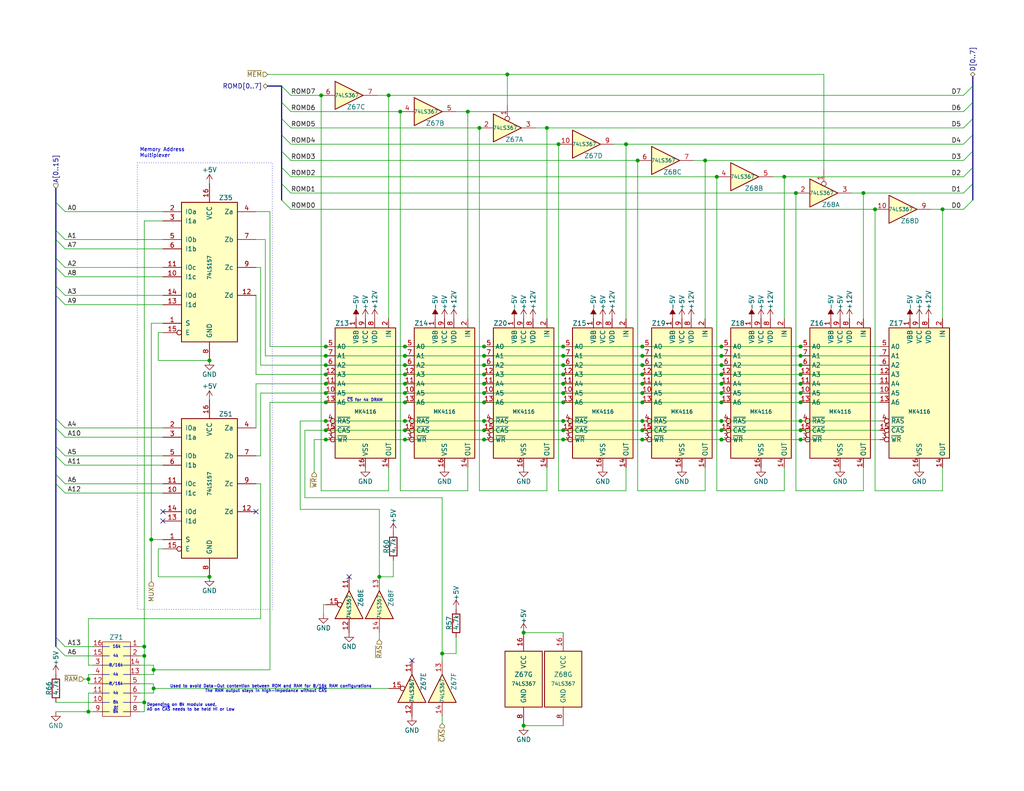
<source format=kicad_sch>
(kicad_sch (version 20230121) (generator eeschema)
  (paper "USLetter")
  (title_block (title "TRS-80 Model I G") (date "2023-10-24") (rev "E1B") (company "RetroStack - Marcel Erz") (comment 2 "RAM and data-bus gating") (comment 4 "RAM"))
  (lib_symbols
    (symbol "74xx:74LS157" (pin_names (offset 1.016))
      (property "Reference" "U" (at -7.62 19.05 0))
      (property "Value" "74LS157" (at -7.62 -21.59 0))
      (symbol "74LS157_1_0"
        (pin input line (at -12.7 -15.24 0) (length 5.08) (name "S") (number "1"))
        (pin input line (at -12.7 -2.54 0) (length 5.08) (name "I1c") (number "10"))
        (pin input line (at -12.7 0 0) (length 5.08) (name "I0c") (number "11"))
        (pin output line (at 12.7 -7.62 180) (length 5.08) (name "Zd") (number "12"))
        (pin input line (at -12.7 -10.16 0) (length 5.08) (name "I1d") (number "13"))
        (pin input line (at -12.7 -7.62 0) (length 5.08) (name "I0d") (number "14"))
        (pin input inverted (at -12.7 -17.78 0) (length 5.08) (name "E") (number "15"))
        (pin power_in line (at 0 22.86 270) (length 5.08) (name "VCC") (number "16"))
        (pin input line (at -12.7 15.24 0) (length 5.08) (name "I0a") (number "2"))
        (pin input line (at -12.7 12.7 0) (length 5.08) (name "I1a") (number "3"))
        (pin output line (at 12.7 15.24 180) (length 5.08) (name "Za") (number "4"))
        (pin input line (at -12.7 7.62 0) (length 5.08) (name "I0b") (number "5"))
        (pin input line (at -12.7 5.08 0) (length 5.08) (name "I1b") (number "6"))
        (pin output line (at 12.7 7.62 180) (length 5.08) (name "Zb") (number "7"))
        (pin power_in line (at 0 -25.4 90) (length 5.08) (name "GND") (number "8"))
        (pin output line (at 12.7 0 180) (length 5.08) (name "Zc") (number "9"))
      )
      (symbol "74LS157_1_1"
        (rectangle (start -7.62 17.78) (end 7.62 -20.32) (stroke (width 0.254)) (fill (type background)))
      )
    )
    (symbol "Device:R" (pin_numbers hide) (pin_names (offset 0))
      (property "Reference" "R" (at 2.032 0 90))
      (property "Value" "R" (at 0 0 90))
      (symbol "R_0_1"
        (rectangle (start -1.016 -2.54) (end 1.016 2.54) (stroke (width 0.254)))
      )
      (symbol "R_1_1"
        (pin passive line (at 0 3.81 270) (length 1.27) (name "~") (number "1"))
        (pin passive line (at 0 -3.81 90) (length 1.27) (name "~") (number "2"))
      )
    )
    (symbol "RetroStackLibrary:4116"
      (property "Reference" "U" (at 0 0 0))
      (property "Value" "MK4116" (at 0 0 0))
      (symbol "4116_1_1"
        (rectangle (start -8.255 -4.445) (end 8.255 -40.005) (stroke (width 0.254)) (fill (type background)))
        (pin power_in line (at -2.54 -1.905 270) (length 2.54) (name "VBB") (number "1"))
        (pin input line (at -10.795 -22.225 0) (length 2.54) (name "A5") (number "10"))
        (pin input line (at -10.795 -19.685 0) (length 2.54) (name "A4") (number "11"))
        (pin input line (at -10.795 -17.145 0) (length 2.54) (name "A3") (number "12"))
        (pin input line (at -10.795 -24.765 0) (length 2.54) (name "A6") (number "13"))
        (pin tri_state line (at 6.35 -42.545 90) (length 2.54) (name "OUT") (number "14"))
        (pin input inverted (at -10.795 -32.385 0) (length 2.54) (name "~{CAS}") (number "15"))
        (pin power_in line (at 0 -42.545 90) (length 2.54) (name "VSS") (number "16"))
        (pin input line (at 6.35 -1.905 270) (length 2.54) (name "IN") (number "2"))
        (pin input inverted (at -10.795 -34.925 0) (length 2.54) (name "~{WR}") (number "3"))
        (pin input inverted (at -10.795 -29.845 0) (length 2.54) (name "~{RAS}") (number "4"))
        (pin input line (at -10.795 -9.525 0) (length 2.54) (name "A0") (number "5"))
        (pin input line (at -10.795 -14.605 0) (length 2.54) (name "A2") (number "6"))
        (pin input line (at -10.795 -12.065 0) (length 2.54) (name "A1") (number "7"))
        (pin power_in line (at 2.54 -1.905 270) (length 2.54) (name "VDD") (number "8"))
        (pin power_in line (at 0 -1.905 270) (length 2.54) (name "VCC") (number "9"))
      )
    )
    (symbol "RetroStackLibrary:74LS367_Split" (pin_names (offset 1.016))
      (property "Reference" "U" (at 0 1.27 0))
      (property "Value" "74LS367" (at 0 -1.27 0))
      (symbol "74LS367_Split_1_0"
        (polyline (pts (xy -3.81 3.81) (xy -3.81 -3.81) (xy 3.81 0) (xy -3.81 3.81)) (stroke (width 0.254)) (fill (type background)))
        (pin input inverted (at 0 6.35 270) (length 4.445) (name "~") (number "1"))
        (pin input line (at -7.62 0 0) (length 3.81) (name "~") (number "2"))
        (pin tri_state line (at 7.62 0 180) (length 3.81) (name "~") (number "3"))
      )
      (symbol "74LS367_Split_2_0"
        (polyline (pts (xy -3.81 3.81) (xy -3.81 -3.81) (xy 3.81 0) (xy -3.81 3.81)) (stroke (width 0.254)) (fill (type background)))
        (pin input line (at -7.62 0 0) (length 3.81) (name "~") (number "4"))
        (pin tri_state line (at 7.62 0 180) (length 3.81) (name "~") (number "5"))
      )
      (symbol "74LS367_Split_3_0"
        (polyline (pts (xy -3.81 3.81) (xy -3.81 -3.81) (xy 3.81 0) (xy -3.81 3.81)) (stroke (width 0.254)) (fill (type background)))
        (pin input line (at -7.62 0 0) (length 3.81) (name "~") (number "6"))
        (pin tri_state line (at 7.62 0 180) (length 3.81) (name "~") (number "7"))
      )
      (symbol "74LS367_Split_4_0"
        (polyline (pts (xy -3.81 3.81) (xy -3.81 -3.81) (xy 3.81 0) (xy -3.81 3.81)) (stroke (width 0.254)) (fill (type background)))
        (pin input line (at -7.62 0 0) (length 3.81) (name "~") (number "10"))
        (pin tri_state line (at 7.62 0 180) (length 3.81) (name "~") (number "9"))
      )
      (symbol "74LS367_Split_5_0"
        (polyline (pts (xy -3.175 -2.54) (xy -3.175 -10.16) (xy 4.445 -6.35) (xy -3.175 -2.54)) (stroke (width 0.254)) (fill (type background)))
        (pin tri_state line (at 8.255 -6.35 180) (length 3.81) (name "~") (number "11"))
        (pin input line (at -6.985 -6.35 0) (length 3.81) (name "~") (number "12"))
        (pin input inverted (at 0.635 0 270) (length 4.445) (name "~") (number "15"))
      )
      (symbol "74LS367_Split_6_0"
        (polyline (pts (xy -3.81 3.81) (xy -3.81 -3.81) (xy 3.81 0) (xy -3.81 3.81)) (stroke (width 0.254)) (fill (type background)))
        (pin tri_state line (at 7.62 0 180) (length 3.81) (name "~") (number "13"))
        (pin input line (at -7.62 0 0) (length 3.81) (name "~") (number "14"))
      )
      (symbol "74LS367_Split_7_0"
        (pin power_in line (at 0 1.905 270) (length 5.08) (name "VCC") (number "16"))
        (pin power_in line (at 0 -23.495 90) (length 5.08) (name "GND") (number "8"))
      )
      (symbol "74LS367_Split_7_1"
        (rectangle (start -5.08 -3.175) (end 5.08 -18.415) (stroke (width 0.254)) (fill (type background)))
      )
    )
    (symbol "RetroStackLibrary:TRS80ModelIX71"
      (property "Reference" "X" (at 0 0 0))
      (symbol "TRS80ModelIX71_1_1"
        (rectangle (start -3.81 -1.27) (end 3.81 -21.59) (fill (type background)))
        (pin passive line (at 6.35 -2.54 180) (length 2.54) (name "~") (number "1"))
        (pin passive line (at -6.35 -17.78 0) (length 2.54) (name "~") (number "10"))
        (pin passive line (at -6.35 -15.24 0) (length 2.54) (name "~") (number "11"))
        (pin passive line (at -6.35 -12.7 0) (length 2.54) (name "~") (number "12"))
        (pin passive line (at 6.35 -10.16 180) (length 2.54) (name "~") (number "13"))
        (pin passive line (at 6.35 -7.62 180) (length 2.54) (name "~") (number "14"))
        (pin passive line (at -6.35 -5.08 0) (length 2.54) (name "~") (number "15"))
        (pin passive line (at -6.35 -2.54 0) (length 2.54) (name "~") (number "16"))
        (pin passive line (at 6.35 -5.08 180) (length 2.54) (name "~") (number "2"))
        (pin passive line (at -6.35 -7.62 0) (length 2.54) (name "~") (number "3"))
        (pin passive line (at -6.35 -10.16 0) (length 2.54) (name "~") (number "4"))
        (pin passive line (at 6.35 -12.7 180) (length 2.54) (name "~") (number "5"))
        (pin passive line (at 6.35 -15.24 180) (length 2.54) (name "~") (number "6"))
        (pin passive line (at 6.35 -17.78 180) (length 2.54) (name "~") (number "7"))
        (pin passive line (at 6.35 -20.32 180) (length 2.54) (name "~") (number "8"))
        (pin passive line (at -6.35 -20.32 0) (length 2.54) (name "~") (number "9"))
      )
    )
    (symbol "power:+12V" (power) (pin_names (offset 0))
      (property "Value" "+12V" (at 0 3.556 0))
      (symbol "+12V_0_1"
        (polyline (pts (xy -0.762 1.27) (xy 0 2.54)))
        (polyline (pts (xy 0 0) (xy 0 2.54)))
        (polyline (pts (xy 0 2.54) (xy 0.762 1.27)))
      )
      (symbol "+12V_1_1"
        (pin power_in line (at 0 0 90) (length 0) hide (name "+12V") (number "1"))
      )
    )
    (symbol "power:+5V" (power) (pin_names (offset 0))
      (property "Value" "+5V" (at 0 3.556 0))
      (symbol "+5V_0_1"
        (polyline (pts (xy -0.762 1.27) (xy 0 2.54)))
        (polyline (pts (xy 0 0) (xy 0 2.54)))
        (polyline (pts (xy 0 2.54) (xy 0.762 1.27)))
      )
      (symbol "+5V_1_1"
        (pin power_in line (at 0 0 90) (length 0) hide (name "+5V") (number "1"))
      )
    )
    (symbol "power:-5V" (power) (pin_names (offset 0))
      (property "Value" "-5V" (at 0 3.81 0))
      (symbol "-5V_0_0"
        (pin power_in line (at 0 0 90) (length 0) hide (name "-5V") (number "1"))
      )
      (symbol "-5V_0_1"
        (polyline (pts (xy 0 0) (xy 0 1.27) (xy 0.762 1.27) (xy 0 2.54) (xy -0.762 1.27) (xy 0 1.27)) (fill (type outline)))
      )
    )
    (symbol "power:GND" (power) (pin_names (offset 0))
      (property "Value" "GND" (at 0 -3.81 0))
      (symbol "GND_0_1"
        (polyline (pts (xy 0 0) (xy 0 -1.27) (xy 1.27 -1.27) (xy 0 -2.54) (xy -1.27 -1.27) (xy 0 -1.27)))
      )
      (symbol "GND_1_1"
        (pin power_in line (at 0 0 270) (length 0) hide (name "GND") (number "1"))
      )
    )
  )
  (junction (at 103.505 157.48))
  (junction (at 110.49 94.615))
  (junction (at 175.26 94.615))
  (junction (at 41.275 147.32))
  (junction (at 153.67 99.695))
  (junction (at 175.26 120.015))
  (junction (at 132.08 117.475))
  (junction (at 173.99 43.815))
  (junction (at 110.49 120.015))
  (junction (at 88.9 102.235))
  (junction (at 196.85 99.695))
  (junction (at 57.15 98.425))
  (junction (at 235.585 52.705))
  (junction (at 132.08 104.775))
  (junction (at 88.9 107.315))
  (junction (at 218.44 114.935))
  (junction (at 153.67 104.775))
  (junction (at 218.44 120.015))
  (junction (at 196.85 120.015))
  (junction (at 127.635 30.48))
  (junction (at 106.045 26.035))
  (junction (at 132.08 107.315))
  (junction (at 175.26 102.235))
  (junction (at 120.65 178.435))
  (junction (at 196.85 109.855))
  (junction (at 175.26 109.855))
  (junction (at 110.49 104.775))
  (junction (at 132.08 102.235))
  (junction (at 132.08 97.155))
  (junction (at 88.9 97.155))
  (junction (at 110.49 97.155))
  (junction (at 39.37 176.53))
  (junction (at 24.13 194.31))
  (junction (at 149.225 34.925))
  (junction (at 41.91 182.88))
  (junction (at 138.43 20.32))
  (junction (at 175.26 99.695))
  (junction (at 153.67 94.615))
  (junction (at 132.08 109.855))
  (junction (at 218.44 107.315))
  (junction (at 170.815 39.37))
  (junction (at 218.44 99.695))
  (junction (at 196.85 114.935))
  (junction (at 88.9 117.475))
  (junction (at 88.9 109.855))
  (junction (at 153.67 117.475))
  (junction (at 152.4 39.37))
  (junction (at 195.58 48.26))
  (junction (at 39.37 179.07))
  (junction (at 217.17 52.705))
  (junction (at 257.175 57.15))
  (junction (at 175.26 114.935))
  (junction (at 130.81 34.925))
  (junction (at 110.49 107.315))
  (junction (at 175.26 117.475))
  (junction (at 218.44 94.615))
  (junction (at 132.08 94.615))
  (junction (at 24.13 185.42))
  (junction (at 192.405 43.815))
  (junction (at 87.63 26.035))
  (junction (at 110.49 102.235))
  (junction (at 218.44 117.475))
  (junction (at 175.26 107.315))
  (junction (at 142.875 198.12))
  (junction (at 213.995 48.26))
  (junction (at 175.26 104.775))
  (junction (at 153.67 109.855))
  (junction (at 153.67 114.935))
  (junction (at 218.44 104.775))
  (junction (at 196.85 104.775))
  (junction (at 110.49 117.475))
  (junction (at 132.08 99.695))
  (junction (at 175.26 97.155))
  (junction (at 196.85 117.475))
  (junction (at 88.9 104.775))
  (junction (at 39.37 191.77))
  (junction (at 153.67 120.015))
  (junction (at 153.67 97.155))
  (junction (at 196.85 102.235))
  (junction (at 110.49 114.935))
  (junction (at 41.91 187.96))
  (junction (at 196.85 94.615))
  (junction (at 142.875 172.72))
  (junction (at 218.44 102.235))
  (junction (at 88.9 114.935))
  (junction (at 238.76 57.15))
  (junction (at 153.67 102.235))
  (junction (at 109.22 30.48))
  (junction (at 88.9 99.695))
  (junction (at 218.44 109.855))
  (junction (at 196.85 107.315))
  (junction (at 88.9 120.015))
  (junction (at 132.08 114.935))
  (junction (at 110.49 99.695))
  (junction (at 57.15 157.48))
  (junction (at 88.9 94.615))
  (junction (at 218.44 97.155))
  (junction (at 196.85 97.155))
  (junction (at 110.49 109.855))
  (junction (at 132.08 120.015))
  (junction (at 153.67 107.315))
  (no_connect (at 95.25 157.48))
  (no_connect (at 44.45 139.7))
  (no_connect (at 69.85 139.7))
  (no_connect (at 112.395 180.34))
  (no_connect (at 44.45 142.24))
  (bus_entry (at 17.78 75.565) (size -2.54 -2.54))
  (bus_entry (at 17.78 73.025) (size -2.54 -2.54))
  (bus_entry (at 17.78 124.46) (size -2.54 -2.54))
  (bus_entry (at 262.89 26.035) (size 2.54 -2.54))
  (bus_entry (at 17.78 80.645) (size -2.54 -2.54))
  (bus_entry (at 262.89 43.815) (size 2.54 -2.54))
  (bus_entry (at 17.78 179.07) (size -2.54 -2.54))
  (bus_entry (at 76.835 32.385) (size 2.54 2.54))
  (bus_entry (at 79.375 26.035) (size -2.54 -2.54))
  (bus_entry (at 17.78 176.53) (size -2.54 -2.54))
  (bus_entry (at 17.78 119.38) (size -2.54 -2.54))
  (bus_entry (at 262.89 52.705) (size 2.54 -2.54))
  (bus_entry (at 17.78 83.185) (size -2.54 -2.54))
  (bus_entry (at 17.78 67.945) (size -2.54 -2.54))
  (bus_entry (at 17.78 127) (size -2.54 -2.54))
  (bus_entry (at 17.78 116.84) (size -2.54 -2.54))
  (bus_entry (at 262.89 30.48) (size 2.54 -2.54))
  (bus_entry (at 17.78 57.785) (size -2.54 -2.54))
  (bus_entry (at 76.835 27.94) (size 2.54 2.54))
  (bus_entry (at 17.78 65.405) (size -2.54 -2.54))
  (bus_entry (at 17.78 134.62) (size -2.54 -2.54))
  (bus_entry (at 76.835 54.61) (size 2.54 2.54))
  (bus_entry (at 76.835 50.165) (size 2.54 2.54))
  (bus_entry (at 76.835 45.72) (size 2.54 2.54))
  (bus_entry (at 17.78 132.08) (size -2.54 -2.54))
  (bus_entry (at 262.89 39.37) (size 2.54 -2.54))
  (bus_entry (at 76.835 41.275) (size 2.54 2.54))
  (bus_entry (at 262.89 34.925) (size 2.54 -2.54))
  (bus_entry (at 262.89 48.26) (size 2.54 -2.54))
  (bus_entry (at 76.835 36.83) (size 2.54 2.54))
  (bus_entry (at 262.89 57.15) (size 2.54 -2.54))
  (wire (pts (xy 110.49 97.155) (xy 132.08 97.155)))
  (wire (pts (xy 88.9 107.315) (xy 110.49 107.315)))
  (wire (pts (xy 73.66 109.855) (xy 73.66 182.88)))
  (wire (pts (xy 224.79 20.32) (xy 138.43 20.32)))
  (wire (pts (xy 72.39 65.405) (xy 72.39 97.155)))
  (wire (pts (xy 153.67 97.155) (xy 175.26 97.155)))
  (wire (pts (xy 152.4 133.985) (xy 152.4 39.37)))
  (wire (pts (xy 106.045 26.035) (xy 262.89 26.035)))
  (wire (pts (xy 72.39 97.155) (xy 88.9 97.155)))
  (wire (pts (xy 218.44 117.475) (xy 240.03 117.475)))
  (bus (pts (xy 265.43 54.61) (xy 265.43 50.165)))
  (wire (pts (xy 69.85 104.775) (xy 88.9 104.775)))
  (wire (pts (xy 39.37 176.53) (xy 39.37 179.07)))
  (wire (pts (xy 24.13 185.42) (xy 24.13 184.15)))
  (wire (pts (xy 257.175 127.635) (xy 257.175 133.985)))
  (wire (pts (xy 79.375 34.925) (xy 130.81 34.925)))
  (wire (pts (xy 39.37 60.325) (xy 39.37 176.53)))
  (wire (pts (xy 69.85 57.785) (xy 73.66 57.785)))
  (wire (pts (xy 69.85 102.235) (xy 88.9 102.235)))
  (wire (pts (xy 85.725 128.905) (xy 85.725 120.015)))
  (bus (pts (xy 265.43 50.165) (xy 265.43 45.72)))
  (wire (pts (xy 38.1 194.31) (xy 39.37 194.31)))
  (wire (pts (xy 232.41 52.705) (xy 235.585 52.705)))
  (wire (pts (xy 69.85 73.025) (xy 71.12 73.025)))
  (wire (pts (xy 81.915 114.935) (xy 88.9 114.935)))
  (wire (pts (xy 79.375 48.26) (xy 195.58 48.26)))
  (wire (pts (xy 224.79 46.355) (xy 224.79 20.32)))
  (wire (pts (xy 41.91 182.88) (xy 73.66 182.88)))
  (wire (pts (xy 41.91 181.61) (xy 41.91 182.88)))
  (wire (pts (xy 175.26 120.015) (xy 196.85 120.015)))
  (wire (pts (xy 175.26 117.475) (xy 196.85 117.475)))
  (wire (pts (xy 41.91 189.23) (xy 38.1 189.23)))
  (wire (pts (xy 213.995 48.26) (xy 262.89 48.26)))
  (wire (pts (xy 110.49 99.695) (xy 132.08 99.695)))
  (wire (pts (xy 142.875 172.72) (xy 153.67 172.72)))
  (wire (pts (xy 146.05 34.925) (xy 149.225 34.925)))
  (wire (pts (xy 175.26 97.155) (xy 196.85 97.155)))
  (wire (pts (xy 110.49 114.935) (xy 132.08 114.935)))
  (wire (pts (xy 196.85 102.235) (xy 218.44 102.235)))
  (wire (pts (xy 17.78 119.38) (xy 44.45 119.38)))
  (wire (pts (xy 132.08 120.015) (xy 153.67 120.015)))
  (wire (pts (xy 120.65 178.435) (xy 120.65 180.34)))
  (wire (pts (xy 170.815 39.37) (xy 170.815 86.995)))
  (bus (pts (xy 15.24 173.99) (xy 15.24 132.08)))
  (polyline (pts (xy 33.655 181.61) (xy 35.56 181.61)))
  (polyline (pts (xy 33.655 176.53) (xy 35.56 176.53)))
  (wire (pts (xy 88.9 104.775) (xy 110.49 104.775)))
  (wire (pts (xy 41.275 147.32) (xy 44.45 147.32)))
  (wire (pts (xy 175.26 114.935) (xy 196.85 114.935)))
  (wire (pts (xy 110.49 104.775) (xy 132.08 104.775)))
  (wire (pts (xy 38.1 186.69) (xy 41.91 186.69)))
  (wire (pts (xy 218.44 114.935) (xy 240.03 114.935)))
  (wire (pts (xy 127.635 133.985) (xy 109.22 133.985)))
  (wire (pts (xy 153.67 104.775) (xy 175.26 104.775)))
  (wire (pts (xy 88.265 165.1) (xy 88.9 165.1)))
  (wire (pts (xy 196.85 107.315) (xy 218.44 107.315)))
  (wire (pts (xy 22.86 185.42) (xy 24.13 185.42)))
  (wire (pts (xy 38.1 181.61) (xy 41.91 181.61)))
  (wire (pts (xy 17.78 83.185) (xy 44.45 83.185)))
  (wire (pts (xy 103.505 139.065) (xy 81.915 139.065)))
  (wire (pts (xy 69.85 80.645) (xy 69.85 102.235)))
  (bus (pts (xy 15.24 78.105) (xy 15.24 73.025)))
  (wire (pts (xy 15.24 191.77) (xy 25.4 191.77)))
  (bus (pts (xy 76.835 32.385) (xy 76.835 27.94)))
  (wire (pts (xy 127.635 127.635) (xy 127.635 133.985)))
  (bus (pts (xy 76.835 45.72) (xy 76.835 41.275)))
  (wire (pts (xy 192.405 43.815) (xy 262.89 43.815)))
  (wire (pts (xy 85.725 120.015) (xy 88.9 120.015)))
  (wire (pts (xy 120.65 135.89) (xy 120.65 178.435)))
  (bus (pts (xy 15.24 80.645) (xy 15.24 78.105)))
  (wire (pts (xy 41.91 187.96) (xy 41.91 189.23)))
  (wire (pts (xy 218.44 104.775) (xy 240.03 104.775)))
  (wire (pts (xy 132.08 114.935) (xy 153.67 114.935)))
  (polyline (pts (xy 33.655 186.69) (xy 35.56 186.69)))
  (wire (pts (xy 17.78 67.945) (xy 44.45 67.945)))
  (wire (pts (xy 43.18 90.805) (xy 44.45 90.805)))
  (wire (pts (xy 218.44 99.695) (xy 240.03 99.695)))
  (wire (pts (xy 132.08 109.855) (xy 153.67 109.855)))
  (bus (pts (xy 15.24 116.84) (xy 15.24 114.3)))
  (wire (pts (xy 79.375 30.48) (xy 109.22 30.48)))
  (bus (pts (xy 15.24 114.3) (xy 15.24 80.645)))
  (wire (pts (xy 192.405 43.815) (xy 192.405 86.995)))
  (wire (pts (xy 71.12 73.025) (xy 71.12 99.695)))
  (wire (pts (xy 102.87 26.035) (xy 106.045 26.035)))
  (wire (pts (xy 196.85 99.695) (xy 218.44 99.695)))
  (wire (pts (xy 73.66 57.785) (xy 73.66 94.615)))
  (wire (pts (xy 17.78 65.405) (xy 44.45 65.405)))
  (wire (pts (xy 189.23 43.815) (xy 192.405 43.815)))
  (bus (pts (xy 265.43 32.385) (xy 265.43 27.94)))
  (bus (pts (xy 15.24 124.46) (xy 15.24 129.54)))
  (wire (pts (xy 213.995 133.985) (xy 195.58 133.985)))
  (wire (pts (xy 17.78 80.645) (xy 44.45 80.645)))
  (wire (pts (xy 175.26 104.775) (xy 196.85 104.775)))
  (wire (pts (xy 170.815 127.635) (xy 170.815 133.985)))
  (wire (pts (xy 192.405 127.635) (xy 192.405 133.985)))
  (bus (pts (xy 15.24 65.405) (xy 15.24 62.865)))
  (polyline (pts (xy 33.655 191.77) (xy 35.56 191.77)))
  (wire (pts (xy 43.18 157.48) (xy 57.15 157.48)))
  (wire (pts (xy 24.13 181.61) (xy 25.4 181.61)))
  (wire (pts (xy 149.225 127.635) (xy 149.225 133.985)))
  (wire (pts (xy 17.78 124.46) (xy 44.45 124.46)))
  (wire (pts (xy 106.045 26.035) (xy 106.045 86.995)))
  (wire (pts (xy 175.26 109.855) (xy 196.85 109.855)))
  (wire (pts (xy 132.08 104.775) (xy 153.67 104.775)))
  (polyline (pts (xy 33.655 189.23) (xy 35.56 189.23)))
  (wire (pts (xy 88.9 109.855) (xy 110.49 109.855)))
  (wire (pts (xy 103.505 174.625) (xy 103.505 172.72)))
  (wire (pts (xy 213.995 127.635) (xy 213.995 133.985)))
  (wire (pts (xy 110.49 102.235) (xy 132.08 102.235)))
  (wire (pts (xy 39.37 179.07) (xy 39.37 191.77)))
  (wire (pts (xy 38.1 179.07) (xy 39.37 179.07)))
  (wire (pts (xy 132.08 94.615) (xy 153.67 94.615)))
  (wire (pts (xy 17.78 75.565) (xy 44.45 75.565)))
  (bus (pts (xy 15.24 132.08) (xy 15.24 129.54)))
  (wire (pts (xy 127.635 30.48) (xy 262.89 30.48)))
  (wire (pts (xy 17.78 176.53) (xy 25.4 176.53)))
  (wire (pts (xy 110.49 94.615) (xy 132.08 94.615)))
  (wire (pts (xy 132.08 99.695) (xy 153.67 99.695)))
  (wire (pts (xy 88.9 99.695) (xy 110.49 99.695)))
  (wire (pts (xy 17.78 57.785) (xy 44.45 57.785)))
  (wire (pts (xy 110.49 120.015) (xy 132.08 120.015)))
  (wire (pts (xy 196.85 109.855) (xy 218.44 109.855)))
  (wire (pts (xy 218.44 107.315) (xy 240.03 107.315)))
  (wire (pts (xy 196.85 94.615) (xy 218.44 94.615)))
  (wire (pts (xy 39.37 191.77) (xy 38.1 191.77)))
  (wire (pts (xy 88.9 117.475) (xy 83.185 117.475)))
  (wire (pts (xy 103.505 157.48) (xy 103.505 139.065)))
  (bus (pts (xy 76.835 27.94) (xy 76.835 23.495)))
  (wire (pts (xy 218.44 97.155) (xy 240.03 97.155)))
  (wire (pts (xy 109.22 133.985) (xy 109.22 30.48)))
  (wire (pts (xy 132.08 97.155) (xy 153.67 97.155)))
  (wire (pts (xy 196.85 114.935) (xy 218.44 114.935)))
  (wire (pts (xy 88.9 114.935) (xy 110.49 114.935)))
  (wire (pts (xy 88.9 97.155) (xy 110.49 97.155)))
  (wire (pts (xy 24.13 189.23) (xy 24.13 194.31)))
  (wire (pts (xy 149.225 133.985) (xy 130.81 133.985)))
  (wire (pts (xy 138.43 28.575) (xy 138.43 20.32)))
  (wire (pts (xy 79.375 26.035) (xy 87.63 26.035)))
  (bus (pts (xy 15.24 124.46) (xy 15.24 121.92)))
  (wire (pts (xy 43.18 149.86) (xy 44.45 149.86)))
  (wire (pts (xy 24.13 168.91) (xy 24.13 181.61)))
  (wire (pts (xy 110.49 109.855) (xy 132.08 109.855)))
  (wire (pts (xy 69.85 132.08) (xy 71.12 132.08)))
  (wire (pts (xy 149.225 34.925) (xy 149.225 86.995)))
  (polyline (pts (xy 27.94 191.77) (xy 29.845 191.77)))
  (wire (pts (xy 38.1 176.53) (xy 39.37 176.53)))
  (bus (pts (xy 265.43 36.83) (xy 265.43 32.385)))
  (wire (pts (xy 88.9 94.615) (xy 110.49 94.615)))
  (wire (pts (xy 71.12 168.91) (xy 24.13 168.91)))
  (wire (pts (xy 124.46 178.435) (xy 120.65 178.435)))
  (wire (pts (xy 17.78 127) (xy 44.45 127)))
  (wire (pts (xy 235.585 52.705) (xy 235.585 86.995)))
  (wire (pts (xy 170.815 39.37) (xy 262.89 39.37)))
  (wire (pts (xy 79.375 43.815) (xy 173.99 43.815)))
  (bus (pts (xy 15.24 65.405) (xy 15.24 70.485)))
  (wire (pts (xy 88.9 117.475) (xy 110.49 117.475)))
  (polyline (pts (xy 27.94 181.61) (xy 29.845 181.61)))
  (wire (pts (xy 71.12 132.08) (xy 71.12 168.91)))
  (wire (pts (xy 41.275 147.32) (xy 41.275 158.75)))
  (bus (pts (xy 265.43 23.495) (xy 265.43 20.955)))
  (wire (pts (xy 24.13 185.42) (xy 24.13 186.69)))
  (wire (pts (xy 153.67 120.015) (xy 175.26 120.015)))
  (polyline (pts (xy 27.94 189.23) (xy 29.845 189.23)))
  (bus (pts (xy 15.24 173.99) (xy 15.24 176.53)))
  (wire (pts (xy 170.815 133.985) (xy 152.4 133.985)))
  (wire (pts (xy 254 57.15) (xy 257.175 57.15)))
  (wire (pts (xy 39.37 194.31) (xy 39.37 191.77)))
  (wire (pts (xy 17.78 73.025) (xy 44.45 73.025)))
  (wire (pts (xy 124.46 173.99) (xy 124.46 178.435)))
  (wire (pts (xy 153.67 94.615) (xy 175.26 94.615)))
  (wire (pts (xy 43.18 98.425) (xy 57.15 98.425)))
  (bus (pts (xy 76.835 50.165) (xy 76.835 45.72)))
  (wire (pts (xy 83.185 135.89) (xy 120.65 135.89)))
  (wire (pts (xy 69.85 124.46) (xy 71.12 124.46)))
  (polyline (pts (xy 33.655 184.15) (xy 35.56 184.15)))
  (wire (pts (xy 175.26 99.695) (xy 196.85 99.695)))
  (polyline (pts (xy 27.94 176.53) (xy 29.845 176.53)))
  (bus (pts (xy 15.24 73.025) (xy 15.24 70.485)))
  (wire (pts (xy 175.26 107.315) (xy 196.85 107.315)))
  (wire (pts (xy 257.175 57.15) (xy 257.175 86.995)))
  (wire (pts (xy 17.78 179.07) (xy 25.4 179.07)))
  (bus (pts (xy 265.43 41.275) (xy 265.43 36.83)))
  (wire (pts (xy 110.49 117.475) (xy 132.08 117.475)))
  (wire (pts (xy 210.82 48.26) (xy 213.995 48.26)))
  (polyline (pts (xy 33.655 179.07) (xy 35.56 179.07)))
  (wire (pts (xy 213.995 48.26) (xy 213.995 86.995)))
  (wire (pts (xy 43.18 90.805) (xy 43.18 98.425)))
  (wire (pts (xy 24.13 194.31) (xy 25.4 194.31)))
  (wire (pts (xy 196.85 120.015) (xy 218.44 120.015)))
  (wire (pts (xy 71.12 107.315) (xy 88.9 107.315)))
  (wire (pts (xy 130.81 133.985) (xy 130.81 34.925)))
  (wire (pts (xy 127.635 30.48) (xy 127.635 86.995)))
  (wire (pts (xy 257.175 133.985) (xy 238.76 133.985)))
  (wire (pts (xy 17.78 134.62) (xy 44.45 134.62)))
  (wire (pts (xy 153.67 107.315) (xy 175.26 107.315)))
  (wire (pts (xy 124.46 30.48) (xy 127.635 30.48)))
  (wire (pts (xy 79.375 52.705) (xy 217.17 52.705)))
  (bus (pts (xy 76.835 41.275) (xy 76.835 36.83)))
  (wire (pts (xy 88.265 167.64) (xy 88.265 165.1)))
  (bus (pts (xy 15.24 62.865) (xy 15.24 55.245)))
  (wire (pts (xy 132.08 107.315) (xy 153.67 107.315)))
  (wire (pts (xy 71.12 99.695) (xy 88.9 99.695)))
  (polyline (pts (xy 27.94 186.69) (xy 29.845 186.69)))
  (wire (pts (xy 41.91 187.96) (xy 41.91 186.69)))
  (wire (pts (xy 73.66 94.615) (xy 88.9 94.615)))
  (bus (pts (xy 265.43 27.94) (xy 265.43 23.495)))
  (wire (pts (xy 107.315 153.035) (xy 107.315 157.48)))
  (wire (pts (xy 81.915 139.065) (xy 81.915 114.935)))
  (wire (pts (xy 153.67 114.935) (xy 175.26 114.935)))
  (polyline (pts (xy 27.94 184.15) (xy 29.845 184.15)))
  (wire (pts (xy 132.08 117.475) (xy 153.67 117.475)))
  (wire (pts (xy 69.85 116.84) (xy 69.85 104.775)))
  (wire (pts (xy 175.26 102.235) (xy 196.85 102.235)))
  (wire (pts (xy 44.45 88.265) (xy 41.275 88.265)))
  (wire (pts (xy 167.64 39.37) (xy 170.815 39.37)))
  (wire (pts (xy 218.44 109.855) (xy 240.03 109.855)))
  (polyline (pts (xy 27.94 179.07) (xy 29.845 179.07)))
  (wire (pts (xy 196.85 117.475) (xy 218.44 117.475)))
  (wire (pts (xy 106.045 127.635) (xy 106.045 133.985)))
  (wire (pts (xy 235.585 52.705) (xy 262.89 52.705)))
  (wire (pts (xy 41.91 187.96) (xy 106.045 187.96)))
  (bus (pts (xy 265.43 45.72) (xy 265.43 41.275)))
  (wire (pts (xy 110.49 107.315) (xy 132.08 107.315)))
  (wire (pts (xy 149.225 34.925) (xy 262.89 34.925)))
  (polyline (pts (xy 27.94 194.31) (xy 29.845 194.31)))
  (wire (pts (xy 195.58 133.985) (xy 195.58 48.26)))
  (polyline (pts (xy 33.655 194.31) (xy 35.56 194.31)))
  (bus (pts (xy 15.24 55.245) (xy 15.24 51.435)))
  (wire (pts (xy 41.91 184.15) (xy 38.1 184.15)))
  (wire (pts (xy 153.67 117.475) (xy 175.26 117.475)))
  (wire (pts (xy 39.37 60.325) (xy 44.45 60.325)))
  (wire (pts (xy 43.18 149.86) (xy 43.18 157.48)))
  (wire (pts (xy 120.65 197.485) (xy 120.65 195.58)))
  (wire (pts (xy 153.67 99.695) (xy 175.26 99.695)))
  (wire (pts (xy 218.44 120.015) (xy 240.03 120.015)))
  (bus (pts (xy 76.835 36.83) (xy 76.835 32.385)))
  (wire (pts (xy 218.44 102.235) (xy 240.03 102.235)))
  (wire (pts (xy 69.85 65.405) (xy 72.39 65.405)))
  (wire (pts (xy 17.78 116.84) (xy 44.45 116.84)))
  (wire (pts (xy 196.85 104.775) (xy 218.44 104.775)))
  (wire (pts (xy 24.13 186.69) (xy 25.4 186.69)))
  (wire (pts (xy 41.275 88.265) (xy 41.275 147.32)))
  (wire (pts (xy 238.76 133.985) (xy 238.76 57.15)))
  (wire (pts (xy 73.66 109.855) (xy 88.9 109.855)))
  (wire (pts (xy 107.315 157.48) (xy 103.505 157.48)))
  (wire (pts (xy 88.9 102.235) (xy 110.49 102.235)))
  (wire (pts (xy 153.67 109.855) (xy 175.26 109.855)))
  (wire (pts (xy 132.08 102.235) (xy 153.67 102.235)))
  (wire (pts (xy 257.175 57.15) (xy 262.89 57.15)))
  (wire (pts (xy 79.375 39.37) (xy 152.4 39.37)))
  (wire (pts (xy 71.12 124.46) (xy 71.12 107.315)))
  (wire (pts (xy 79.375 57.15) (xy 238.76 57.15)))
  (wire (pts (xy 196.85 97.155) (xy 218.44 97.155)))
  (wire (pts (xy 153.67 102.235) (xy 175.26 102.235)))
  (wire (pts (xy 25.4 184.15) (xy 24.13 184.15)))
  (bus (pts (xy 73.025 23.495) (xy 76.835 23.495)))
  (wire (pts (xy 173.99 133.985) (xy 173.99 43.815)))
  (wire (pts (xy 88.9 120.015) (xy 110.49 120.015)))
  (wire (pts (xy 218.44 94.615) (xy 240.03 94.615)))
  (wire (pts (xy 41.91 182.88) (xy 41.91 184.15)))
  (bus (pts (xy 15.24 116.84) (xy 15.24 121.92)))
  (wire (pts (xy 235.585 133.985) (xy 217.17 133.985)))
  (wire (pts (xy 175.26 94.615) (xy 196.85 94.615)))
  (wire (pts (xy 25.4 189.23) (xy 24.13 189.23)))
  (wire (pts (xy 192.405 133.985) (xy 173.99 133.985)))
  (wire (pts (xy 142.875 198.12) (xy 153.67 198.12)))
  (wire (pts (xy 87.63 26.035) (xy 87.63 133.985)))
  (wire (pts (xy 73.025 20.32) (xy 138.43 20.32)))
  (wire (pts (xy 17.78 132.08) (xy 44.45 132.08)))
  (wire (pts (xy 106.045 133.985) (xy 87.63 133.985)))
  (wire (pts (xy 235.585 127.635) (xy 235.585 133.985)))
  (wire (pts (xy 15.24 194.31) (xy 24.13 194.31)))
  (wire (pts (xy 83.185 117.475) (xy 83.185 135.89)))
  (wire (pts (xy 217.17 133.985) (xy 217.17 52.705)))
  (bus (pts (xy 76.835 54.61) (xy 76.835 50.165)))
  (rectangle (start 37.465 44.45) (end 74.295 166.37) (stroke (width 0) (type dot)))
  (text "8k" (at 32.385 192.405 0) (effects (font (size 0.8 0.8)) (justify right bottom)))
  (text "4k" (at 32.385 189.865 0) (effects (font (size 0.8 0.8)) (justify right bottom)))
  (text "Memory Address\nMultiplexer" (at 38.1 43.18 0) (effects (font (size 1 1)) (justify left bottom)))
  (text "~{8k}" (at 32.385 194.945 0) (effects (font (size 0.8 0.8)) (justify right bottom)))
  (text "The RAM output stays in high-impedance without ~{CAS}" (at 55.88 189.23 0) (effects (font (size 0.8 0.8)) (justify left bottom)))
  (text "8/16k" (at 33.655 187.325 0) (effects (font (size 0.8 0.8)) (justify right bottom)))
  (text "Used to avoid Data-Out contention between ROM and RAM for 8/16k RAM configurations" (at 46.355 187.96 0) (effects (font (size 0.8 0.8)) (justify left bottom)))
  (text "~{CS} for 4k DRAM" (at 94.615 109.855 0) (effects (font (size 0.8 0.8)) (justify left bottom)))
  (text "8/16k" (at 33.655 182.245 0) (effects (font (size 0.8 0.8)) (justify right bottom)))
  (text "Depending on 8k module used, \nA0 on ~{CAS} needs to be held Hi or Low" (at 40.005 194.31 0) (effects (font (size 0.8 0.8)) (justify left bottom)))
  (text "4k" (at 32.385 179.705 0) (effects (font (size 0.8 0.8)) (justify right bottom)))
  (text "4k" (at 32.385 184.785 0) (effects (font (size 0.8 0.8)) (justify right bottom)))
  (text "or" (at 32.385 193.675 0) (effects (font (size 0.8 0.8)) (justify right bottom)))
  (text "16k" (at 33.02 177.165 0) (effects (font (size 0.8 0.8)) (justify right bottom)))
  (label "D6" (at 262.255 30.48 180))
  (label "A6" (at 18.415 179.07 0))
  (label "D0" (at 262.255 57.15 180))
  (label "ROMD6" (at 79.375 30.48 0))
  (label "A1" (at 18.415 65.405 0))
  (label "D4" (at 262.255 39.37 180))
  (label "A10" (at 18.415 119.38 0))
  (label "D5" (at 262.255 34.925 180))
  (label "A7" (at 18.415 67.945 0))
  (label "A6" (at 18.415 132.08 0))
  (label "A11" (at 18.415 127 0))
  (label "A13" (at 18.415 176.53 0))
  (label "A9" (at 18.415 83.185 0))
  (label "A0" (at 18.415 57.785 0))
  (label "D2" (at 262.255 48.26 180))
  (label "ROMD0" (at 79.375 57.15 0))
  (label "A12" (at 18.415 134.62 0))
  (label "A4" (at 18.415 116.84 0))
  (label "A3" (at 18.415 80.645 0))
  (label "A8" (at 18.415 75.565 0))
  (label "A5" (at 18.415 124.46 0))
  (label "ROMD4" (at 79.375 39.37 0))
  (label "ROMD7" (at 79.375 26.035 0))
  (label "A2" (at 18.415 73.025 0))
  (label "D1" (at 262.255 52.705 180))
  (label "ROMD5" (at 79.375 34.925 0))
  (label "D7" (at 262.255 26.035 180))
  (label "ROMD1" (at 79.375 52.705 0))
  (label "ROMD3" (at 79.375 43.815 0))
  (label "D3" (at 262.255 43.815 180))
  (label "ROMD2" (at 79.375 48.26 0))
  (hierarchical_label "~{WR}" (shape input) (at 85.725 128.905 270))
  (hierarchical_label "A[0..15]" (shape input) (at 15.24 51.435 90))
  (hierarchical_label "~{CAS}" (shape input) (at 120.65 197.485 270))
  (hierarchical_label "~{RAS}" (shape input) (at 103.505 174.625 270))
  (hierarchical_label "~{RAM}" (shape input) (at 22.86 185.42 180))
  (hierarchical_label "~{MEM}" (shape input) (at 73.025 20.32 180))
  (hierarchical_label "ROMD[0..7]" (shape tri_state) (at 73.025 23.495 180))
  (hierarchical_label "MUX" (shape input) (at 41.275 158.75 270))
  (hierarchical_label "D[0..7]" (shape bidirectional) (at 265.43 20.955 90))
  (symbol (lib_id "RetroStackLibrary:74LS367_Split") (at 103.505 165.1 90) (unit 6)
    (property "Reference" "Z68" (at 106.68 163.195 0))
    (property "Value" "74LS367" (at 103.505 165.735 0) (effects (font (size 1 1))))
    (property "Footprint" "RetroStackLibrary:TRS80_Model_I_DIP16" (effects hide))
    (property "Datasheet" "https://www.ti.com/lit/ds/symlink/sn74ls367a.pdf" (effects hide))
  )
  (symbol (lib_id "power:+5V") (at 57.15 50.165 0) (unit 1)
    (property "Reference" "#PWR0176" (effects hide))
    (property "Value" "+5V" (at 57.15 46.355 0))
  )
  (symbol (lib_id "power:-5V") (at 226.695 86.995 0) (unit 1)
    (property "Reference" "#PWR0160" (effects hide))
    (property "Value" "-5V" (at 226.695 82.55 90))
  )
  (symbol (lib_id "power:GND") (at 57.15 98.425 0) (unit 1)
    (property "Reference" "#PWR0178" (effects hide))
    (property "Value" "GND" (at 57.15 102.235 0))
  )
  (symbol (lib_id "power:GND") (at 142.875 198.12 0) (unit 1)
    (property "Reference" "#PWR0194" (effects hide))
    (property "Value" "GND" (at 142.875 201.93 0))
  )
  (symbol (lib_id "power:+12V") (at 253.365 86.995 0) (unit 1)
    (property "Reference" "#PWR0165" (effects hide))
    (property "Value" "+12V" (at 253.365 81.915 90))
  )
  (symbol (lib_id "RetroStackLibrary:4116") (at 142.875 85.09 0) (unit 1)
    (property "Reference" "Z20" (at 134.62 88.265 0) (effects (justify left)))
    (property "Value" "MK4116" (at 142.875 112.395 0) (effects (font (size 1 1))))
    (property "Footprint" "RetroStackLibrary:TRS80_Model_I_DIP16" (effects hide))
    (property "Datasheet" "https://wiki.console5.com/tw/images/8/85/MK4116.pdf" (effects hide))
  )
  (symbol (lib_id "power:-5V") (at 248.285 86.995 0) (unit 1)
    (property "Reference" "#PWR0163" (effects hide))
    (property "Value" "-5V" (at 248.285 82.55 90))
  )
  (symbol (lib_id "Device:R") (at 124.46 170.18 0) (unit 1)
    (property "Reference" "R57" (at 122.555 172.085 90) (effects (justify left)))
    (property "Value" "4.7k" (at 124.46 172.085 90) (effects (justify left)))
    (property "Footprint" "RetroStackLibrary:TRS80_Model_I_R_0.25W" (effects hide))
  )
  (symbol (lib_id "power:GND") (at 121.285 127.635 0) (unit 1)
    (property "Reference" "#PWR0166" (effects hide))
    (property "Value" "GND" (at 121.285 131.445 0))
  )
  (symbol (lib_id "RetroStackLibrary:74LS367_Split") (at 224.79 52.705 0) (unit 1)
    (property "Reference" "Z68" (at 226.695 55.88 0))
    (property "Value" "74LS367" (at 224.155 52.705 0) (effects (font (size 1 1))))
    (property "Footprint" "RetroStackLibrary:TRS80_Model_I_DIP16" (effects hide))
    (property "Datasheet" "https://www.ti.com/lit/ds/symlink/sn74ls367a.pdf" (effects hide))
  )
  (symbol (lib_id "power:GND") (at 57.15 157.48 0) (unit 1)
    (property "Reference" "#PWR0179" (effects hide))
    (property "Value" "GND" (at 57.15 161.29 0))
  )
  (symbol (lib_id "RetroStackLibrary:74LS367_Split") (at 181.61 43.815 0) (unit 3)
    (property "Reference" "Z68" (at 183.515 46.99 0))
    (property "Value" "74LS367" (at 180.975 43.815 0) (effects (font (size 1 1))))
    (property "Footprint" "RetroStackLibrary:TRS80_Model_I_DIP16" (effects hide))
    (property "Datasheet" "https://www.ti.com/lit/ds/symlink/sn74ls367a.pdf" (effects hide))
  )
  (symbol (lib_id "power:+5V") (at 229.235 86.995 0) (unit 1)
    (property "Reference" "#PWR0161" (effects hide))
    (property "Value" "+5V" (at 229.235 82.55 90))
  )
  (symbol (lib_id "power:GND") (at 250.825 127.635 0) (unit 1)
    (property "Reference" "#PWR0172" (effects hide))
    (property "Value" "GND" (at 250.825 131.445 0))
  )
  (symbol (lib_id "RetroStackLibrary:74LS367_Split") (at 106.045 188.595 90) (unit 5)
    (property "Reference" "Z67" (at 115.57 186.055 0))
    (property "Value" "74LS367" (at 112.395 188.595 0) (effects (font (size 1 1))))
    (property "Footprint" "RetroStackLibrary:TRS80_Model_I_DIP16" (effects hide))
    (property "Datasheet" "https://www.ti.com/lit/ds/symlink/sn74ls367a.pdf" (effects hide))
  )
  (symbol (lib_id "RetroStackLibrary:74LS367_Split") (at 95.25 26.035 0) (unit 3)
    (property "Reference" "Z67" (at 97.155 29.21 0))
    (property "Value" "74LS367" (at 94.615 26.035 0) (effects (font (size 1 1))))
    (property "Footprint" "RetroStackLibrary:TRS80_Model_I_DIP16" (effects hide))
    (property "Datasheet" "https://www.ti.com/lit/ds/symlink/sn74ls367a.pdf" (effects hide))
  )
  (symbol (lib_id "RetroStackLibrary:74LS367_Split") (at 116.84 30.48 0) (unit 2)
    (property "Reference" "Z67" (at 118.745 33.655 0))
    (property "Value" "74LS367" (at 116.205 30.48 0) (effects (font (size 1 1))))
    (property "Footprint" "RetroStackLibrary:TRS80_Model_I_DIP16" (effects hide))
    (property "Datasheet" "https://www.ti.com/lit/ds/symlink/sn74ls367a.pdf" (effects hide))
  )
  (symbol (lib_id "power:+5V") (at 121.285 86.995 0) (unit 1)
    (property "Reference" "#PWR0146" (effects hide))
    (property "Value" "+5V" (at 121.285 82.55 90))
  )
  (symbol (lib_id "power:GND") (at 88.265 167.64 0) (unit 1)
    (property "Reference" "#PWR0173" (effects hide))
    (property "Value" "GND" (at 88.265 171.45 0))
  )
  (symbol (lib_id "power:+5V") (at 124.46 166.37 0) (unit 1)
    (property "Reference" "#PWR0175" (effects hide))
    (property "Value" "+5V" (at 124.46 161.925 90))
  )
  (symbol (lib_id "power:GND") (at 15.24 194.31 0) (unit 1)
    (property "Reference" "#PWR0192" (effects hide))
    (property "Value" "GND" (at 15.24 198.12 0))
  )
  (symbol (lib_id "power:+5V") (at 186.055 86.995 0) (unit 1)
    (property "Reference" "#PWR0155" (effects hide))
    (property "Value" "+5V" (at 186.055 82.55 90))
  )
  (symbol (lib_id "power:GND") (at 207.645 127.635 0) (unit 1)
    (property "Reference" "#PWR0170" (effects hide))
    (property "Value" "GND" (at 207.645 131.445 0))
  )
  (symbol (lib_id "power:-5V") (at 97.155 86.995 0) (unit 1)
    (property "Reference" "#PWR0141" (effects hide))
    (property "Value" "-5V" (at 97.155 82.55 90))
  )
  (symbol (lib_id "power:+12V") (at 188.595 86.995 0) (unit 1)
    (property "Reference" "#PWR0156" (effects hide))
    (property "Value" "+12V" (at 188.595 81.915 90))
  )
  (symbol (lib_id "power:+5V") (at 164.465 86.995 0) (unit 1)
    (property "Reference" "#PWR0152" (effects hide))
    (property "Value" "+5V" (at 164.465 82.55 90))
  )
  (symbol (lib_id "power:GND") (at 229.235 127.635 0) (unit 1)
    (property "Reference" "#PWR0171" (effects hide))
    (property "Value" "GND" (at 229.235 131.445 0))
  )
  (symbol (lib_id "power:-5V") (at 140.335 86.995 0) (unit 1)
    (property "Reference" "#PWR0148" (effects hide))
    (property "Value" "-5V" (at 140.335 82.55 90))
  )
  (symbol (lib_id "RetroStackLibrary:4116") (at 186.055 85.09 0) (unit 1)
    (property "Reference" "Z19" (at 177.8 88.265 0) (effects (justify left)))
    (property "Value" "MK4116" (at 186.055 112.395 0) (effects (font (size 1 1))))
    (property "Footprint" "RetroStackLibrary:TRS80_Model_I_DIP16" (effects hide))
    (property "Datasheet" "https://wiki.console5.com/tw/images/8/85/MK4116.pdf" (effects hide))
  )
  (symbol (lib_id "power:GND") (at 186.055 127.635 0) (unit 1)
    (property "Reference" "#PWR0169" (effects hide))
    (property "Value" "GND" (at 186.055 131.445 0))
  )
  (symbol (lib_id "power:+12V") (at 145.415 86.995 0) (unit 1)
    (property "Reference" "#PWR0150" (effects hide))
    (property "Value" "+12V" (at 145.415 81.915 90))
  )
  (symbol (lib_id "power:+12V") (at 231.775 86.995 0) (unit 1)
    (property "Reference" "#PWR0162" (effects hide))
    (property "Value" "+12V" (at 231.775 81.915 90))
  )
  (symbol (lib_id "RetroStackLibrary:74LS367_Split") (at 160.02 39.37 0) (unit 4)
    (property "Reference" "Z67" (at 161.925 42.545 0))
    (property "Value" "74LS367" (at 159.385 39.37 0) (effects (font (size 1 1))))
    (property "Footprint" "RetroStackLibrary:TRS80_Model_I_DIP16" (effects hide))
    (property "Datasheet" "https://www.ti.com/lit/ds/symlink/sn74ls367a.pdf" (effects hide))
  )
  (symbol (lib_id "RetroStackLibrary:74LS367_Split") (at 142.875 174.625 0) (unit 7)
    (property "Reference" "Z67" (at 142.875 184.15 0))
    (property "Value" "74LS367" (at 142.875 186.69 0) (effects (font (size 1 1))))
    (property "Footprint" "RetroStackLibrary:TRS80_Model_I_DIP16" (effects hide))
    (property "Datasheet" "https://www.ti.com/lit/ds/symlink/sn74ls367a.pdf" (effects hide))
  )
  (symbol (lib_id "power:+5V") (at 142.875 172.72 0) (unit 1)
    (property "Reference" "#PWR0193" (effects hide))
    (property "Value" "+5V" (at 142.875 168.275 90))
  )
  (symbol (lib_id "power:+5V") (at 107.315 145.415 0) (unit 1)
    (property "Reference" "#PWR0174" (effects hide))
    (property "Value" "+5V" (at 107.315 140.97 90))
  )
  (symbol (lib_id "power:-5V") (at 161.925 86.995 0) (unit 1)
    (property "Reference" "#PWR0151" (effects hide))
    (property "Value" "-5V" (at 161.925 82.55 90))
  )
  (symbol (lib_id "RetroStackLibrary:4116") (at 121.285 85.09 0) (unit 1)
    (property "Reference" "Z14" (at 113.03 88.265 0) (effects (justify left)))
    (property "Value" "MK4116" (at 121.285 112.395 0) (effects (font (size 1 1))))
    (property "Footprint" "RetroStackLibrary:TRS80_Model_I_DIP16" (effects hide))
    (property "Datasheet" "https://wiki.console5.com/tw/images/8/85/MK4116.pdf" (effects hide))
  )
  (symbol (lib_id "power:+5V") (at 15.24 184.15 0) (unit 1)
    (property "Reference" "#PWR0191" (effects hide))
    (property "Value" "+5V" (at 15.24 179.705 90))
  )
  (symbol (lib_id "Device:R") (at 15.24 187.96 0) (unit 1)
    (property "Reference" "R66" (at 13.335 189.865 90) (effects (justify left)))
    (property "Value" "4.7k" (at 15.24 189.865 90) (effects (justify left)))
    (property "Footprint" "RetroStackLibrary:TRS80_Model_I_R_0.25W" (effects hide))
  )
  (symbol (lib_id "power:+5V") (at 142.875 86.995 0) (unit 1)
    (property "Reference" "#PWR0149" (effects hide))
    (property "Value" "+5V" (at 142.875 82.55 90))
  )
  (symbol (lib_id "power:+5V") (at 99.695 86.995 0) (unit 1)
    (property "Reference" "#PWR0142" (effects hide))
    (property "Value" "+5V" (at 99.695 82.55 90))
  )
  (symbol (lib_id "power:GND") (at 112.395 195.58 0) (unit 1)
    (property "Reference" "#PWR040" (effects hide))
    (property "Value" "GND" (at 112.395 199.39 0))
  )
  (symbol (lib_id "RetroStackLibrary:4116") (at 229.235 85.09 0) (unit 1)
    (property "Reference" "Z16" (at 220.98 88.265 0) (effects (justify left)))
    (property "Value" "MK4116" (at 229.235 112.395 0) (effects (font (size 1 1))))
    (property "Footprint" "RetroStackLibrary:TRS80_Model_I_DIP16" (effects hide))
    (property "Datasheet" "https://wiki.console5.com/tw/images/8/85/MK4116.pdf" (effects hide))
  )
  (symbol (lib_id "RetroStackLibrary:74LS367_Split") (at 246.38 57.15 0) (unit 4)
    (property "Reference" "Z68" (at 248.285 60.325 0))
    (property "Value" "74LS367" (at 245.745 57.15 0) (effects (font (size 1 1))))
    (property "Footprint" "RetroStackLibrary:TRS80_Model_I_DIP16" (effects hide))
    (property "Datasheet" "https://www.ti.com/lit/ds/symlink/sn74ls367a.pdf" (effects hide))
  )
  (symbol (lib_id "power:GND") (at 164.465 127.635 0) (unit 1)
    (property "Reference" "#PWR0168" (effects hide))
    (property "Value" "GND" (at 164.465 131.445 0))
  )
  (symbol (lib_id "74xx:74LS157") (at 57.15 132.08 0) (unit 1)
    (property "Reference" "Z51" (at 59.69 113.03 0) (effects (justify left)))
    (property "Value" "74LS157" (at 57.15 132.08 90) (effects (font (size 1 1))))
    (property "Footprint" "RetroStackLibrary:TRS80_Model_I_DIP16" (effects hide))
    (property "Datasheet" "http://www.ti.com/lit/gpn/sn74LS157" (effects hide))
  )
  (symbol (lib_id "power:-5V") (at 205.105 86.995 0) (unit 1)
    (property "Reference" "#PWR0157" (effects hide))
    (property "Value" "-5V" (at 205.105 82.55 90))
  )
  (symbol (lib_id "power:GND") (at 142.875 127.635 0) (unit 1)
    (property "Reference" "#PWR0167" (effects hide))
    (property "Value" "GND" (at 142.875 131.445 0))
  )
  (symbol (lib_id "power:+12V") (at 210.185 86.995 0) (unit 1)
    (property "Reference" "#PWR0159" (effects hide))
    (property "Value" "+12V" (at 210.185 81.915 90))
  )
  (symbol (lib_id "power:+12V") (at 167.005 86.995 0) (unit 1)
    (property "Reference" "#PWR0153" (effects hide))
    (property "Value" "+12V" (at 167.005 81.915 90))
  )
  (symbol (lib_id "74xx:74LS157") (at 57.15 73.025 0) (unit 1)
    (property "Reference" "Z35" (at 59.69 53.975 0) (effects (justify left)))
    (property "Value" "74LS157" (at 57.15 73.025 90) (effects (font (size 1 1))))
    (property "Footprint" "RetroStackLibrary:TRS80_Model_I_DIP16" (effects hide))
    (property "Datasheet" "http://www.ti.com/lit/gpn/sn74LS157" (effects hide))
  )
  (symbol (lib_id "RetroStackLibrary:TRS80ModelIX71") (at 31.75 173.99 0) (unit 1)
    (property "Reference" "Z71" (at 31.75 173.99 0))
    (property "Value" "~" (at 31.75 173.99 0))
    (property "Footprint" "RetroStackLibrary:TRS80_Model_I_DIP16" (effects hide))
  )
  (symbol (lib_id "power:+12V") (at 123.825 86.995 0) (unit 1)
    (property "Reference" "#PWR0147" (effects hide))
    (property "Value" "+12V" (at 123.825 81.915 90))
  )
  (symbol (lib_id "RetroStackLibrary:74LS367_Split") (at 153.67 174.625 0) (unit 7)
    (property "Reference" "Z68" (at 153.67 184.15 0))
    (property "Value" "74LS367" (at 153.67 186.69 0) (effects (font (size 1 1))))
    (property "Footprint" "RetroStackLibrary:TRS80_Model_I_DIP16" (effects hide))
    (property "Datasheet" "https://www.ti.com/lit/ds/symlink/sn74ls367a.pdf" (effects hide))
  )
  (symbol (lib_id "Device:R") (at 107.315 149.225 0) (unit 1)
    (property "Reference" "R60" (at 105.41 151.13 90) (effects (justify left)))
    (property "Value" "4.7k" (at 107.315 151.13 90) (effects (justify left)))
    (property "Footprint" "RetroStackLibrary:TRS80_Model_I_R_0.25W" (effects hide))
  )
  (symbol (lib_id "RetroStackLibrary:4116") (at 164.465 85.09 0) (unit 1)
    (property "Reference" "Z15" (at 156.21 88.265 0) (effects (justify left)))
    (property "Value" "MK4116" (at 164.465 112.395 0) (effects (font (size 1 1))))
    (property "Footprint" "RetroStackLibrary:TRS80_Model_I_DIP16" (effects hide))
    (property "Datasheet" "https://wiki.console5.com/tw/images/8/85/MK4116.pdf" (effects hide))
  )
  (symbol (lib_id "RetroStackLibrary:4116") (at 207.645 85.09 0) (unit 1)
    (property "Reference" "Z18" (at 199.39 88.265 0) (effects (justify left)))
    (property "Value" "MK4116" (at 207.645 112.395 0) (effects (font (size 1 1))))
    (property "Footprint" "RetroStackLibrary:TRS80_Model_I_DIP16" (effects hide))
    (property "Datasheet" "https://wiki.console5.com/tw/images/8/85/MK4116.pdf" (effects hide))
  )
  (symbol (lib_id "RetroStackLibrary:4116") (at 250.825 85.09 0) (unit 1)
    (property "Reference" "Z17" (at 242.57 88.265 0) (effects (justify left)))
    (property "Value" "MK4116" (at 250.825 112.395 0) (effects (font (size 1 1))))
    (property "Footprint" "RetroStackLibrary:TRS80_Model_I_DIP16" (effects hide))
    (property "Datasheet" "https://wiki.console5.com/tw/images/8/85/MK4116.pdf" (effects hide))
  )
  (symbol (lib_id "RetroStackLibrary:4116") (at 99.695 85.09 0) (unit 1)
    (property "Reference" "Z13" (at 91.44 88.265 0) (effects (justify left)))
    (property "Value" "MK4116" (at 99.695 112.395 0) (effects (font (size 1 1))))
    (property "Footprint" "RetroStackLibrary:TRS80_Model_I_DIP16" (effects hide))
    (property "Datasheet" "https://wiki.console5.com/tw/images/8/85/MK4116.pdf" (effects hide))
  )
  (symbol (lib_id "power:+5V") (at 250.825 86.995 0) (unit 1)
    (property "Reference" "#PWR0164" (effects hide))
    (property "Value" "+5V" (at 250.825 82.55 90))
  )
  (symbol (lib_id "power:GND") (at 95.25 172.72 0) (unit 1)
    (property "Reference" "#PWR035" (effects hide))
    (property "Value" "GND" (at 95.25 176.53 0))
  )
  (symbol (lib_id "RetroStackLibrary:74LS367_Split") (at 88.9 165.735 90) (unit 5)
    (property "Reference" "Z68" (at 98.425 163.195 0))
    (property "Value" "74LS367" (at 95.25 165.735 0) (effects (font (size 1 1))))
    (property "Footprint" "RetroStackLibrary:TRS80_Model_I_DIP16" (effects hide))
    (property "Datasheet" "https://www.ti.com/lit/ds/symlink/sn74ls367a.pdf" (effects hide))
  )
  (symbol (lib_id "power:-5V") (at 118.745 86.995 0) (unit 1)
    (property "Reference" "#PWR0145" (effects hide))
    (property "Value" "-5V" (at 118.745 82.55 90))
  )
  (symbol (lib_id "power:+12V") (at 102.235 86.995 0) (unit 1)
    (property "Reference" "#PWR0143" (effects hide))
    (property "Value" "+12V" (at 102.235 81.915 90))
  )
  (symbol (lib_id "power:-5V") (at 183.515 86.995 0) (unit 1)
    (property "Reference" "#PWR0154" (effects hide))
    (property "Value" "-5V" (at 183.515 82.55 90))
  )
  (symbol (lib_id "RetroStackLibrary:74LS367_Split") (at 120.65 187.96 90) (unit 6)
    (property "Reference" "Z67" (at 123.825 186.055 0))
    (property "Value" "74LS367" (at 120.65 188.595 0) (effects (font (size 1 1))))
    (property "Footprint" "RetroStackLibrary:TRS80_Model_I_DIP16" (effects hide))
    (property "Datasheet" "https://www.ti.com/lit/ds/symlink/sn74ls367a.pdf" (effects hide))
  )
  (symbol (lib_id "power:+5V") (at 207.645 86.995 0) (unit 1)
    (property "Reference" "#PWR0158" (effects hide))
    (property "Value" "+5V" (at 207.645 82.55 90))
  )
  (symbol (lib_id "RetroStackLibrary:74LS367_Split") (at 203.2 48.26 0) (unit 2)
    (property "Reference" "Z68" (at 205.74 51.435 0))
    (property "Value" "74LS367" (at 202.565 48.26 0) (effects (font (size 1 1))))
    (property "Footprint" "RetroStackLibrary:TRS80_Model_I_DIP16" (effects hide))
    (property "Datasheet" "https://www.ti.com/lit/ds/symlink/sn74ls367a.pdf" (effects hide))
  )
  (symbol (lib_id "power:GND") (at 99.695 127.635 0) (unit 1)
    (property "Reference" "#PWR0144" (effects hide))
    (property "Value" "GND" (at 99.695 131.445 0))
  )
  (symbol (lib_id "RetroStackLibrary:74LS367_Split") (at 138.43 34.925 0) (unit 1)
    (property "Reference" "Z67" (at 140.335 38.1 0))
    (property "Value" "74LS367" (at 137.795 34.925 0) (effects (font (size 1 1))))
    (property "Footprint" "RetroStackLibrary:TRS80_Model_I_DIP16" (effects hide))
    (property "Datasheet" "https://www.ti.com/lit/ds/symlink/sn74ls367a.pdf" (effects hide))
  )
  (symbol (lib_id "power:+5V") (at 57.15 109.22 0) (unit 1)
    (property "Reference" "#PWR0177" (effects hide))
    (property "Value" "+5V" (at 57.15 105.41 0))
  )
)
</source>
